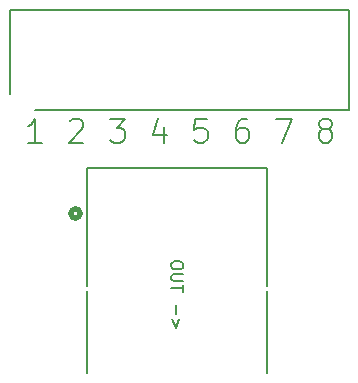
<source format=gto>
G04 #@! TF.GenerationSoftware,KiCad,Pcbnew,7.0.7*
G04 #@! TF.CreationDate,2024-02-07T12:50:48-08:00*
G04 #@! TF.ProjectId,EthBreakoutBoard,45746842-7265-4616-9b6f-7574426f6172,rev?*
G04 #@! TF.SameCoordinates,Original*
G04 #@! TF.FileFunction,Legend,Top*
G04 #@! TF.FilePolarity,Positive*
%FSLAX46Y46*%
G04 Gerber Fmt 4.6, Leading zero omitted, Abs format (unit mm)*
G04 Created by KiCad (PCBNEW 7.0.7) date 2024-02-07 12:50:48*
%MOMM*%
%LPD*%
G01*
G04 APERTURE LIST*
%ADD10C,0.200000*%
%ADD11C,0.150000*%
%ADD12C,0.508000*%
%ADD13C,0.152400*%
%ADD14C,1.397000*%
%ADD15C,3.200400*%
%ADD16C,3.200000*%
%ADD17R,2.025000X2.025000*%
%ADD18C,2.025000*%
G04 APERTURE END LIST*
D10*
X40174911Y-35836790D02*
X40174911Y-37170124D01*
X39698720Y-35074886D02*
X39222530Y-36503457D01*
X39222530Y-36503457D02*
X40460625Y-36503457D01*
X32202530Y-35360600D02*
X32297768Y-35265362D01*
X32297768Y-35265362D02*
X32488244Y-35170124D01*
X32488244Y-35170124D02*
X32964435Y-35170124D01*
X32964435Y-35170124D02*
X33154911Y-35265362D01*
X33154911Y-35265362D02*
X33250149Y-35360600D01*
X33250149Y-35360600D02*
X33345387Y-35551076D01*
X33345387Y-35551076D02*
X33345387Y-35741552D01*
X33345387Y-35741552D02*
X33250149Y-36027266D01*
X33250149Y-36027266D02*
X32107292Y-37170124D01*
X32107292Y-37170124D02*
X33345387Y-37170124D01*
X49657292Y-35170124D02*
X50990625Y-35170124D01*
X50990625Y-35170124D02*
X50133482Y-37170124D01*
D11*
X41790180Y-47467255D02*
X41790180Y-47657731D01*
X41790180Y-47657731D02*
X41742561Y-47752969D01*
X41742561Y-47752969D02*
X41647323Y-47848207D01*
X41647323Y-47848207D02*
X41456847Y-47895826D01*
X41456847Y-47895826D02*
X41123514Y-47895826D01*
X41123514Y-47895826D02*
X40933038Y-47848207D01*
X40933038Y-47848207D02*
X40837800Y-47752969D01*
X40837800Y-47752969D02*
X40790180Y-47657731D01*
X40790180Y-47657731D02*
X40790180Y-47467255D01*
X40790180Y-47467255D02*
X40837800Y-47372017D01*
X40837800Y-47372017D02*
X40933038Y-47276779D01*
X40933038Y-47276779D02*
X41123514Y-47229160D01*
X41123514Y-47229160D02*
X41456847Y-47229160D01*
X41456847Y-47229160D02*
X41647323Y-47276779D01*
X41647323Y-47276779D02*
X41742561Y-47372017D01*
X41742561Y-47372017D02*
X41790180Y-47467255D01*
X41790180Y-48324398D02*
X40980657Y-48324398D01*
X40980657Y-48324398D02*
X40885419Y-48372017D01*
X40885419Y-48372017D02*
X40837800Y-48419636D01*
X40837800Y-48419636D02*
X40790180Y-48514874D01*
X40790180Y-48514874D02*
X40790180Y-48705350D01*
X40790180Y-48705350D02*
X40837800Y-48800588D01*
X40837800Y-48800588D02*
X40885419Y-48848207D01*
X40885419Y-48848207D02*
X40980657Y-48895826D01*
X40980657Y-48895826D02*
X41790180Y-48895826D01*
X41790180Y-49229160D02*
X41790180Y-49800588D01*
X40790180Y-49514874D02*
X41790180Y-49514874D01*
X41171133Y-50895827D02*
X41171133Y-51657732D01*
X41456847Y-52133922D02*
X41171133Y-52895827D01*
X41171133Y-52895827D02*
X40885419Y-52133922D01*
D10*
X29835387Y-37170124D02*
X28692530Y-37170124D01*
X29263958Y-37170124D02*
X29263958Y-35170124D01*
X29263958Y-35170124D02*
X29073482Y-35455838D01*
X29073482Y-35455838D02*
X28883006Y-35646314D01*
X28883006Y-35646314D02*
X28692530Y-35741552D01*
X43780149Y-35170124D02*
X42827768Y-35170124D01*
X42827768Y-35170124D02*
X42732530Y-36122505D01*
X42732530Y-36122505D02*
X42827768Y-36027266D01*
X42827768Y-36027266D02*
X43018244Y-35932028D01*
X43018244Y-35932028D02*
X43494435Y-35932028D01*
X43494435Y-35932028D02*
X43684911Y-36027266D01*
X43684911Y-36027266D02*
X43780149Y-36122505D01*
X43780149Y-36122505D02*
X43875387Y-36312981D01*
X43875387Y-36312981D02*
X43875387Y-36789171D01*
X43875387Y-36789171D02*
X43780149Y-36979647D01*
X43780149Y-36979647D02*
X43684911Y-37074886D01*
X43684911Y-37074886D02*
X43494435Y-37170124D01*
X43494435Y-37170124D02*
X43018244Y-37170124D01*
X43018244Y-37170124D02*
X42827768Y-37074886D01*
X42827768Y-37074886D02*
X42732530Y-36979647D01*
X53643482Y-36027266D02*
X53453006Y-35932028D01*
X53453006Y-35932028D02*
X53357768Y-35836790D01*
X53357768Y-35836790D02*
X53262530Y-35646314D01*
X53262530Y-35646314D02*
X53262530Y-35551076D01*
X53262530Y-35551076D02*
X53357768Y-35360600D01*
X53357768Y-35360600D02*
X53453006Y-35265362D01*
X53453006Y-35265362D02*
X53643482Y-35170124D01*
X53643482Y-35170124D02*
X54024435Y-35170124D01*
X54024435Y-35170124D02*
X54214911Y-35265362D01*
X54214911Y-35265362D02*
X54310149Y-35360600D01*
X54310149Y-35360600D02*
X54405387Y-35551076D01*
X54405387Y-35551076D02*
X54405387Y-35646314D01*
X54405387Y-35646314D02*
X54310149Y-35836790D01*
X54310149Y-35836790D02*
X54214911Y-35932028D01*
X54214911Y-35932028D02*
X54024435Y-36027266D01*
X54024435Y-36027266D02*
X53643482Y-36027266D01*
X53643482Y-36027266D02*
X53453006Y-36122505D01*
X53453006Y-36122505D02*
X53357768Y-36217743D01*
X53357768Y-36217743D02*
X53262530Y-36408219D01*
X53262530Y-36408219D02*
X53262530Y-36789171D01*
X53262530Y-36789171D02*
X53357768Y-36979647D01*
X53357768Y-36979647D02*
X53453006Y-37074886D01*
X53453006Y-37074886D02*
X53643482Y-37170124D01*
X53643482Y-37170124D02*
X54024435Y-37170124D01*
X54024435Y-37170124D02*
X54214911Y-37074886D01*
X54214911Y-37074886D02*
X54310149Y-36979647D01*
X54310149Y-36979647D02*
X54405387Y-36789171D01*
X54405387Y-36789171D02*
X54405387Y-36408219D01*
X54405387Y-36408219D02*
X54310149Y-36217743D01*
X54310149Y-36217743D02*
X54214911Y-36122505D01*
X54214911Y-36122505D02*
X54024435Y-36027266D01*
X47194911Y-35170124D02*
X46813958Y-35170124D01*
X46813958Y-35170124D02*
X46623482Y-35265362D01*
X46623482Y-35265362D02*
X46528244Y-35360600D01*
X46528244Y-35360600D02*
X46337768Y-35646314D01*
X46337768Y-35646314D02*
X46242530Y-36027266D01*
X46242530Y-36027266D02*
X46242530Y-36789171D01*
X46242530Y-36789171D02*
X46337768Y-36979647D01*
X46337768Y-36979647D02*
X46433006Y-37074886D01*
X46433006Y-37074886D02*
X46623482Y-37170124D01*
X46623482Y-37170124D02*
X47004435Y-37170124D01*
X47004435Y-37170124D02*
X47194911Y-37074886D01*
X47194911Y-37074886D02*
X47290149Y-36979647D01*
X47290149Y-36979647D02*
X47385387Y-36789171D01*
X47385387Y-36789171D02*
X47385387Y-36312981D01*
X47385387Y-36312981D02*
X47290149Y-36122505D01*
X47290149Y-36122505D02*
X47194911Y-36027266D01*
X47194911Y-36027266D02*
X47004435Y-35932028D01*
X47004435Y-35932028D02*
X46623482Y-35932028D01*
X46623482Y-35932028D02*
X46433006Y-36027266D01*
X46433006Y-36027266D02*
X46337768Y-36122505D01*
X46337768Y-36122505D02*
X46242530Y-36312981D01*
X35617292Y-35170124D02*
X36855387Y-35170124D01*
X36855387Y-35170124D02*
X36188720Y-35932028D01*
X36188720Y-35932028D02*
X36474435Y-35932028D01*
X36474435Y-35932028D02*
X36664911Y-36027266D01*
X36664911Y-36027266D02*
X36760149Y-36122505D01*
X36760149Y-36122505D02*
X36855387Y-36312981D01*
X36855387Y-36312981D02*
X36855387Y-36789171D01*
X36855387Y-36789171D02*
X36760149Y-36979647D01*
X36760149Y-36979647D02*
X36664911Y-37074886D01*
X36664911Y-37074886D02*
X36474435Y-37170124D01*
X36474435Y-37170124D02*
X35903006Y-37170124D01*
X35903006Y-37170124D02*
X35712530Y-37074886D01*
X35712530Y-37074886D02*
X35617292Y-36979647D01*
D12*
X33061000Y-43180000D02*
G75*
G03*
X33061000Y-43180000I-381000J0D01*
G01*
D13*
X48907700Y-56680000D02*
X48907700Y-49772247D01*
X48907700Y-49287753D02*
X48907700Y-39344600D01*
X48907700Y-39344600D02*
X33642300Y-39344600D01*
X33642300Y-49772247D02*
X33630000Y-56680000D01*
X33642300Y-39344600D02*
X33642300Y-49287753D01*
D10*
X27110000Y-25920000D02*
X27110000Y-33020000D01*
X29210000Y-34420000D02*
X55810000Y-34420000D01*
X55810000Y-25920000D02*
X27110000Y-25920000D01*
X55810000Y-34420000D02*
X55810000Y-25920000D01*
%LPC*%
D14*
X45720000Y-40640000D03*
X44450000Y-43180000D03*
X43180000Y-40640000D03*
X41910000Y-43180000D03*
X40640000Y-40640000D03*
X39370000Y-43180000D03*
X38100000Y-40640000D03*
X36830000Y-43180000D03*
D15*
X46990000Y-49530000D03*
X35560000Y-49530000D03*
D16*
X53340000Y-41910000D03*
X29210000Y-41910000D03*
D17*
X29210000Y-33020000D03*
D18*
X29210000Y-27520000D03*
X32710000Y-33020000D03*
X32710000Y-27520000D03*
X36210000Y-33020000D03*
X36210000Y-27520000D03*
X39710000Y-33020000D03*
X39710000Y-27520000D03*
X43210000Y-33020000D03*
X43210000Y-27520000D03*
X46710000Y-33020000D03*
X46710000Y-27520000D03*
X50210000Y-33020000D03*
X50210000Y-27520000D03*
X53710000Y-33020000D03*
X53710000Y-27520000D03*
%LPD*%
M02*

</source>
